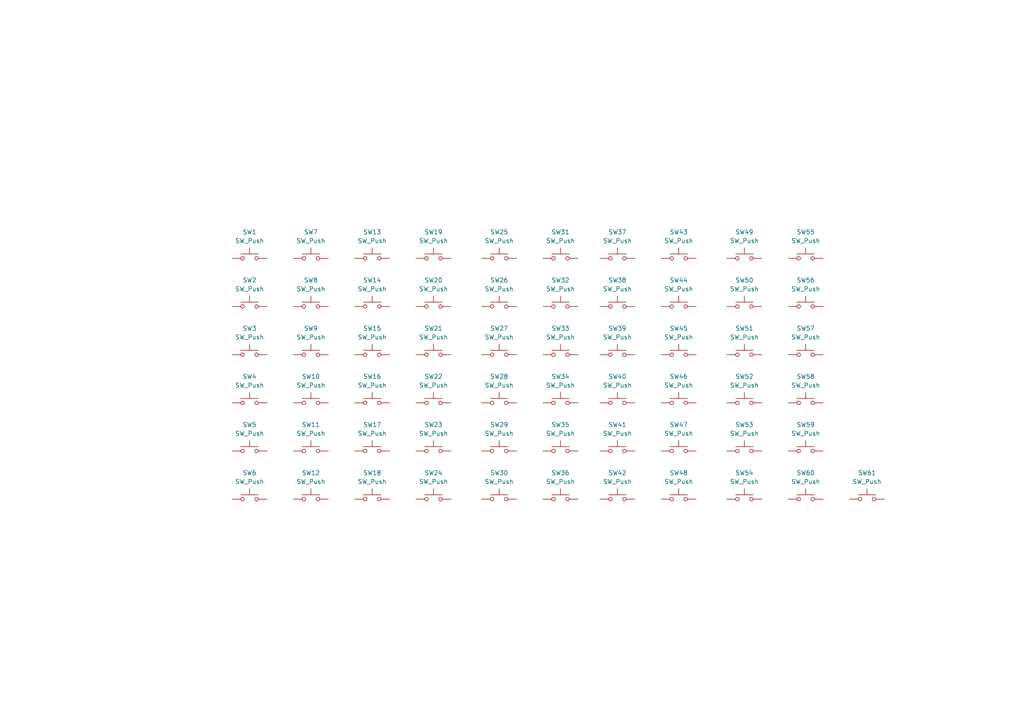
<source format=kicad_sch>
(kicad_sch (version 20210621) (generator eeschema)
  (paper "A4")
  (lib_symbols
    (symbol "Switch:SW_Push" (pin_numbers hide) (pin_names (offset 1.016) hide)
      (property "Reference" "SW" (at 1.27 2.54 0))
      (property "Value" "SW_Push" (at 0 -1.524 0))
      (symbol "SW_Push_0_1"
        (circle (center -2.032 0) (radius 0.508))
        (circle (center 2.032 0) (radius 0.508))
        (polyline (pts (xy 0 1.27) (xy 0 3.048)))
        (polyline (pts (xy 2.54 1.27) (xy -2.54 1.27)))
        (pin passive line (at -5.08 0 0) (length 2.54) (name "1") (number "1"))
        (pin passive line (at 5.08 0 180) (length 2.54) (name "2") (number "2"))
      )
    )
  )
  (symbol (lib_id "Switch:SW_Push") (at 72.39 74.93 0) (unit 1)
    (property "Reference" "SW1" (at 72.39 67.31 0))
    (property "Value" "SW_Push" (at 72.39 69.85 0))
    (property "Footprint" "Button_Switch_Keyboard:SW_Cherry_MX_1.00u_PCB" (effects hide))
  )
  (symbol (lib_id "Switch:SW_Push") (at 72.39 88.9 0) (unit 1)
    (property "Reference" "SW2" (at 72.39 81.28 0))
    (property "Value" "SW_Push" (at 72.39 83.82 0))
    (property "Footprint" "Button_Switch_Keyboard:SW_Cherry_MX_1.00u_PCB" (effects hide))
  )
  (symbol (lib_id "Switch:SW_Push") (at 72.39 102.87 0) (unit 1)
    (property "Reference" "SW3" (at 72.39 95.25 0))
    (property "Value" "SW_Push" (at 72.39 97.79 0))
    (property "Footprint" "Button_Switch_Keyboard:SW_Cherry_MX_1.00u_PCB" (effects hide))
  )
  (symbol (lib_id "Switch:SW_Push") (at 72.39 116.84 0) (unit 1)
    (property "Reference" "SW4" (at 72.39 109.22 0))
    (property "Value" "SW_Push" (at 72.39 111.76 0))
    (property "Footprint" "Button_Switch_Keyboard:SW_Cherry_MX_1.00u_PCB" (effects hide))
  )
  (symbol (lib_id "Switch:SW_Push") (at 72.39 130.81 0) (unit 1)
    (property "Reference" "SW5" (at 72.39 123.19 0))
    (property "Value" "SW_Push" (at 72.39 125.73 0))
    (property "Footprint" "Button_Switch_Keyboard:SW_Cherry_MX_1.00u_PCB" (effects hide))
  )
  (symbol (lib_id "Switch:SW_Push") (at 72.39 144.78 0) (unit 1)
    (property "Reference" "SW6" (at 72.39 137.16 0))
    (property "Value" "SW_Push" (at 72.39 139.7 0))
    (property "Footprint" "Button_Switch_Keyboard:SW_Cherry_MX_1.00u_PCB" (effects hide))
  )
  (symbol (lib_id "Switch:SW_Push") (at 90.17 74.93 0) (unit 1)
    (property "Reference" "SW7" (at 90.17 67.31 0))
    (property "Value" "SW_Push" (at 90.17 69.85 0))
    (property "Footprint" "Button_Switch_Keyboard:SW_Cherry_MX_1.00u_PCB" (effects hide))
  )
  (symbol (lib_id "Switch:SW_Push") (at 90.17 88.9 0) (unit 1)
    (property "Reference" "SW8" (at 90.17 81.28 0))
    (property "Value" "SW_Push" (at 90.17 83.82 0))
    (property "Footprint" "Button_Switch_Keyboard:SW_Cherry_MX_1.00u_PCB" (effects hide))
  )
  (symbol (lib_id "Switch:SW_Push") (at 90.17 102.87 0) (unit 1)
    (property "Reference" "SW9" (at 90.17 95.25 0))
    (property "Value" "SW_Push" (at 90.17 97.79 0))
    (property "Footprint" "Button_Switch_Keyboard:SW_Cherry_MX_1.00u_PCB" (effects hide))
  )
  (symbol (lib_id "Switch:SW_Push") (at 90.17 116.84 0) (unit 1)
    (property "Reference" "SW10" (at 90.17 109.22 0))
    (property "Value" "SW_Push" (at 90.17 111.76 0))
    (property "Footprint" "Button_Switch_Keyboard:SW_Cherry_MX_1.00u_PCB" (effects hide))
  )
  (symbol (lib_id "Switch:SW_Push") (at 90.17 130.81 0) (unit 1)
    (property "Reference" "SW11" (at 90.17 123.19 0))
    (property "Value" "SW_Push" (at 90.17 125.73 0))
    (property "Footprint" "Button_Switch_Keyboard:SW_Cherry_MX_1.00u_PCB" (effects hide))
  )
  (symbol (lib_id "Switch:SW_Push") (at 90.17 144.78 0) (unit 1)
    (property "Reference" "SW12" (at 90.17 137.16 0))
    (property "Value" "SW_Push" (at 90.17 139.7 0))
    (property "Footprint" "Button_Switch_Keyboard:SW_Cherry_MX_1.00u_PCB" (effects hide))
  )
  (symbol (lib_id "Switch:SW_Push") (at 107.95 74.93 0) (unit 1)
    (property "Reference" "SW13" (at 107.95 67.31 0))
    (property "Value" "SW_Push" (at 107.95 69.85 0))
    (property "Footprint" "Button_Switch_Keyboard:SW_Cherry_MX_1.00u_PCB" (effects hide))
  )
  (symbol (lib_id "Switch:SW_Push") (at 107.95 88.9 0) (unit 1)
    (property "Reference" "SW14" (at 107.95 81.28 0))
    (property "Value" "SW_Push" (at 107.95 83.82 0))
    (property "Footprint" "Button_Switch_Keyboard:SW_Cherry_MX_1.00u_PCB" (effects hide))
  )
  (symbol (lib_id "Switch:SW_Push") (at 107.95 102.87 0) (unit 1)
    (property "Reference" "SW15" (at 107.95 95.25 0))
    (property "Value" "SW_Push" (at 107.95 97.79 0))
    (property "Footprint" "Button_Switch_Keyboard:SW_Cherry_MX_1.00u_PCB" (effects hide))
  )
  (symbol (lib_id "Switch:SW_Push") (at 107.95 116.84 0) (unit 1)
    (property "Reference" "SW16" (at 107.95 109.22 0))
    (property "Value" "SW_Push" (at 107.95 111.76 0))
    (property "Footprint" "Button_Switch_Keyboard:SW_Cherry_MX_1.00u_PCB" (effects hide))
  )
  (symbol (lib_id "Switch:SW_Push") (at 107.95 130.81 0) (unit 1)
    (property "Reference" "SW17" (at 107.95 123.19 0))
    (property "Value" "SW_Push" (at 107.95 125.73 0))
    (property "Footprint" "Button_Switch_Keyboard:SW_Cherry_MX_1.00u_PCB" (effects hide))
  )
  (symbol (lib_id "Switch:SW_Push") (at 107.95 144.78 0) (unit 1)
    (property "Reference" "SW18" (at 107.95 137.16 0))
    (property "Value" "SW_Push" (at 107.95 139.7 0))
    (property "Footprint" "Button_Switch_Keyboard:SW_Cherry_MX_1.00u_PCB" (effects hide))
  )
  (symbol (lib_id "Switch:SW_Push") (at 125.73 74.93 0) (unit 1)
    (property "Reference" "SW19" (at 125.73 67.31 0))
    (property "Value" "SW_Push" (at 125.73 69.85 0))
    (property "Footprint" "Button_Switch_Keyboard:SW_Cherry_MX_1.00u_PCB" (effects hide))
  )
  (symbol (lib_id "Switch:SW_Push") (at 125.73 88.9 0) (unit 1)
    (property "Reference" "SW20" (at 125.73 81.28 0))
    (property "Value" "SW_Push" (at 125.73 83.82 0))
    (property "Footprint" "Button_Switch_Keyboard:SW_Cherry_MX_1.00u_PCB" (effects hide))
  )
  (symbol (lib_id "Switch:SW_Push") (at 125.73 102.87 0) (unit 1)
    (property "Reference" "SW21" (at 125.73 95.25 0))
    (property "Value" "SW_Push" (at 125.73 97.79 0))
    (property "Footprint" "Button_Switch_Keyboard:SW_Cherry_MX_1.00u_PCB" (effects hide))
  )
  (symbol (lib_id "Switch:SW_Push") (at 125.73 116.84 0) (unit 1)
    (property "Reference" "SW22" (at 125.73 109.22 0))
    (property "Value" "SW_Push" (at 125.73 111.76 0))
    (property "Footprint" "Button_Switch_Keyboard:SW_Cherry_MX_1.00u_PCB" (effects hide))
  )
  (symbol (lib_id "Switch:SW_Push") (at 125.73 130.81 0) (unit 1)
    (property "Reference" "SW23" (at 125.73 123.19 0))
    (property "Value" "SW_Push" (at 125.73 125.73 0))
    (property "Footprint" "Button_Switch_Keyboard:SW_Cherry_MX_1.00u_PCB" (effects hide))
  )
  (symbol (lib_id "Switch:SW_Push") (at 125.73 144.78 0) (unit 1)
    (property "Reference" "SW24" (at 125.73 137.16 0))
    (property "Value" "SW_Push" (at 125.73 139.7 0))
    (property "Footprint" "Button_Switch_Keyboard:SW_Cherry_MX_1.00u_PCB" (effects hide))
  )
  (symbol (lib_id "Switch:SW_Push") (at 144.78 74.93 0) (unit 1)
    (property "Reference" "SW25" (at 144.78 67.31 0))
    (property "Value" "SW_Push" (at 144.78 69.85 0))
    (property "Footprint" "Button_Switch_Keyboard:SW_Cherry_MX_1.00u_PCB" (effects hide))
  )
  (symbol (lib_id "Switch:SW_Push") (at 144.78 88.9 0) (unit 1)
    (property "Reference" "SW26" (at 144.78 81.28 0))
    (property "Value" "SW_Push" (at 144.78 83.82 0))
    (property "Footprint" "Button_Switch_Keyboard:SW_Cherry_MX_1.00u_PCB" (effects hide))
  )
  (symbol (lib_id "Switch:SW_Push") (at 144.78 102.87 0) (unit 1)
    (property "Reference" "SW27" (at 144.78 95.25 0))
    (property "Value" "SW_Push" (at 144.78 97.79 0))
    (property "Footprint" "Button_Switch_Keyboard:SW_Cherry_MX_1.00u_PCB" (effects hide))
  )
  (symbol (lib_id "Switch:SW_Push") (at 144.78 116.84 0) (unit 1)
    (property "Reference" "SW28" (at 144.78 109.22 0))
    (property "Value" "SW_Push" (at 144.78 111.76 0))
    (property "Footprint" "Button_Switch_Keyboard:SW_Cherry_MX_1.00u_PCB" (effects hide))
  )
  (symbol (lib_id "Switch:SW_Push") (at 144.78 130.81 0) (unit 1)
    (property "Reference" "SW29" (at 144.78 123.19 0))
    (property "Value" "SW_Push" (at 144.78 125.73 0))
    (property "Footprint" "Button_Switch_Keyboard:SW_Cherry_MX_1.00u_PCB" (effects hide))
  )
  (symbol (lib_id "Switch:SW_Push") (at 144.78 144.78 0) (unit 1)
    (property "Reference" "SW30" (at 144.78 137.16 0))
    (property "Value" "SW_Push" (at 144.78 139.7 0))
    (property "Footprint" "Button_Switch_Keyboard:SW_Cherry_MX_1.00u_PCB" (effects hide))
  )
  (symbol (lib_id "Switch:SW_Push") (at 162.56 74.93 0) (unit 1)
    (property "Reference" "SW31" (at 162.56 67.31 0))
    (property "Value" "SW_Push" (at 162.56 69.85 0))
    (property "Footprint" "Button_Switch_Keyboard:SW_Cherry_MX_1.00u_PCB" (effects hide))
  )
  (symbol (lib_id "Switch:SW_Push") (at 162.56 88.9 0) (unit 1)
    (property "Reference" "SW32" (at 162.56 81.28 0))
    (property "Value" "SW_Push" (at 162.56 83.82 0))
    (property "Footprint" "Button_Switch_Keyboard:SW_Cherry_MX_1.00u_PCB" (effects hide))
  )
  (symbol (lib_id "Switch:SW_Push") (at 162.56 102.87 0) (unit 1)
    (property "Reference" "SW33" (at 162.56 95.25 0))
    (property "Value" "SW_Push" (at 162.56 97.79 0))
    (property "Footprint" "Button_Switch_Keyboard:SW_Cherry_MX_1.00u_PCB" (effects hide))
  )
  (symbol (lib_id "Switch:SW_Push") (at 162.56 116.84 0) (unit 1)
    (property "Reference" "SW34" (at 162.56 109.22 0))
    (property "Value" "SW_Push" (at 162.56 111.76 0))
    (property "Footprint" "Button_Switch_Keyboard:SW_Cherry_MX_1.00u_PCB" (effects hide))
  )
  (symbol (lib_id "Switch:SW_Push") (at 162.56 130.81 0) (unit 1)
    (property "Reference" "SW35" (at 162.56 123.19 0))
    (property "Value" "SW_Push" (at 162.56 125.73 0))
    (property "Footprint" "Button_Switch_Keyboard:SW_Cherry_MX_1.00u_PCB" (effects hide))
  )
  (symbol (lib_id "Switch:SW_Push") (at 162.56 144.78 0) (unit 1)
    (property "Reference" "SW36" (at 162.56 137.16 0))
    (property "Value" "SW_Push" (at 162.56 139.7 0))
    (property "Footprint" "Button_Switch_Keyboard:SW_Cherry_MX_1.00u_PCB" (effects hide))
  )
  (symbol (lib_id "Switch:SW_Push") (at 179.07 74.93 0) (unit 1)
    (property "Reference" "SW37" (at 179.07 67.31 0))
    (property "Value" "SW_Push" (at 179.07 69.85 0))
    (property "Footprint" "Button_Switch_Keyboard:SW_Cherry_MX_1.00u_PCB" (effects hide))
  )
  (symbol (lib_id "Switch:SW_Push") (at 179.07 88.9 0) (unit 1)
    (property "Reference" "SW38" (at 179.07 81.28 0))
    (property "Value" "SW_Push" (at 179.07 83.82 0))
    (property "Footprint" "Button_Switch_Keyboard:SW_Cherry_MX_1.00u_PCB" (effects hide))
  )
  (symbol (lib_id "Switch:SW_Push") (at 179.07 102.87 0) (unit 1)
    (property "Reference" "SW39" (at 179.07 95.25 0))
    (property "Value" "SW_Push" (at 179.07 97.79 0))
    (property "Footprint" "Button_Switch_Keyboard:SW_Cherry_MX_1.00u_PCB" (effects hide))
  )
  (symbol (lib_id "Switch:SW_Push") (at 179.07 116.84 0) (unit 1)
    (property "Reference" "SW40" (at 179.07 109.22 0))
    (property "Value" "SW_Push" (at 179.07 111.76 0))
    (property "Footprint" "Button_Switch_Keyboard:SW_Cherry_MX_1.00u_PCB" (effects hide))
  )
  (symbol (lib_id "Switch:SW_Push") (at 179.07 130.81 0) (unit 1)
    (property "Reference" "SW41" (at 179.07 123.19 0))
    (property "Value" "SW_Push" (at 179.07 125.73 0))
    (property "Footprint" "Button_Switch_Keyboard:SW_Cherry_MX_1.00u_PCB" (effects hide))
  )
  (symbol (lib_id "Switch:SW_Push") (at 179.07 144.78 0) (unit 1)
    (property "Reference" "SW42" (at 179.07 137.16 0))
    (property "Value" "SW_Push" (at 179.07 139.7 0))
    (property "Footprint" "Button_Switch_Keyboard:SW_Cherry_MX_1.00u_PCB" (effects hide))
  )
  (symbol (lib_id "Switch:SW_Push") (at 196.85 74.93 0) (unit 1)
    (property "Reference" "SW43" (at 196.85 67.31 0))
    (property "Value" "SW_Push" (at 196.85 69.85 0))
    (property "Footprint" "Button_Switch_Keyboard:SW_Cherry_MX_1.00u_PCB" (effects hide))
  )
  (symbol (lib_id "Switch:SW_Push") (at 196.85 88.9 0) (unit 1)
    (property "Reference" "SW44" (at 196.85 81.28 0))
    (property "Value" "SW_Push" (at 196.85 83.82 0))
    (property "Footprint" "Button_Switch_Keyboard:SW_Cherry_MX_1.00u_PCB" (effects hide))
  )
  (symbol (lib_id "Switch:SW_Push") (at 196.85 102.87 0) (unit 1)
    (property "Reference" "SW45" (at 196.85 95.25 0))
    (property "Value" "SW_Push" (at 196.85 97.79 0))
    (property "Footprint" "Button_Switch_Keyboard:SW_Cherry_MX_1.00u_PCB" (effects hide))
  )
  (symbol (lib_id "Switch:SW_Push") (at 196.85 116.84 0) (unit 1)
    (property "Reference" "SW46" (at 196.85 109.22 0))
    (property "Value" "SW_Push" (at 196.85 111.76 0))
    (property "Footprint" "Button_Switch_Keyboard:SW_Cherry_MX_1.00u_PCB" (effects hide))
  )
  (symbol (lib_id "Switch:SW_Push") (at 196.85 130.81 0) (unit 1)
    (property "Reference" "SW47" (at 196.85 123.19 0))
    (property "Value" "SW_Push" (at 196.85 125.73 0))
    (property "Footprint" "Button_Switch_Keyboard:SW_Cherry_MX_1.00u_PCB" (effects hide))
  )
  (symbol (lib_id "Switch:SW_Push") (at 196.85 144.78 0) (unit 1)
    (property "Reference" "SW48" (at 196.85 137.16 0))
    (property "Value" "SW_Push" (at 196.85 139.7 0))
    (property "Footprint" "Button_Switch_Keyboard:SW_Cherry_MX_1.00u_PCB" (effects hide))
  )
  (symbol (lib_id "Switch:SW_Push") (at 215.9 74.93 0) (unit 1)
    (property "Reference" "SW49" (at 215.9 67.31 0))
    (property "Value" "SW_Push" (at 215.9 69.85 0))
    (property "Footprint" "Button_Switch_Keyboard:SW_Cherry_MX_1.00u_PCB" (effects hide))
  )
  (symbol (lib_id "Switch:SW_Push") (at 215.9 88.9 0) (unit 1)
    (property "Reference" "SW50" (at 215.9 81.28 0))
    (property "Value" "SW_Push" (at 215.9 83.82 0))
    (property "Footprint" "Button_Switch_Keyboard:SW_Cherry_MX_1.00u_PCB" (effects hide))
  )
  (symbol (lib_id "Switch:SW_Push") (at 215.9 102.87 0) (unit 1)
    (property "Reference" "SW51" (at 215.9 95.25 0))
    (property "Value" "SW_Push" (at 215.9 97.79 0))
    (property "Footprint" "Button_Switch_Keyboard:SW_Cherry_MX_1.00u_PCB" (effects hide))
  )
  (symbol (lib_id "Switch:SW_Push") (at 215.9 116.84 0) (unit 1)
    (property "Reference" "SW52" (at 215.9 109.22 0))
    (property "Value" "SW_Push" (at 215.9 111.76 0))
    (property "Footprint" "Button_Switch_Keyboard:SW_Cherry_MX_1.00u_PCB" (effects hide))
  )
  (symbol (lib_id "Switch:SW_Push") (at 215.9 130.81 0) (unit 1)
    (property "Reference" "SW53" (at 215.9 123.19 0))
    (property "Value" "SW_Push" (at 215.9 125.73 0))
    (property "Footprint" "Button_Switch_Keyboard:SW_Cherry_MX_1.00u_PCB" (effects hide))
  )
  (symbol (lib_id "Switch:SW_Push") (at 215.9 144.78 0) (unit 1)
    (property "Reference" "SW54" (at 215.9 137.16 0))
    (property "Value" "SW_Push" (at 215.9 139.7 0))
    (property "Footprint" "Button_Switch_Keyboard:SW_Cherry_MX_1.00u_PCB" (effects hide))
  )
  (symbol (lib_id "Switch:SW_Push") (at 233.68 74.93 0) (unit 1)
    (property "Reference" "SW55" (at 233.68 67.31 0))
    (property "Value" "SW_Push" (at 233.68 69.85 0))
    (property "Footprint" "Button_Switch_Keyboard:SW_Cherry_MX_1.00u_PCB" (effects hide))
  )
  (symbol (lib_id "Switch:SW_Push") (at 233.68 88.9 0) (unit 1)
    (property "Reference" "SW56" (at 233.68 81.28 0))
    (property "Value" "SW_Push" (at 233.68 83.82 0))
    (property "Footprint" "Button_Switch_Keyboard:SW_Cherry_MX_1.00u_PCB" (effects hide))
  )
  (symbol (lib_id "Switch:SW_Push") (at 233.68 102.87 0) (unit 1)
    (property "Reference" "SW57" (at 233.68 95.25 0))
    (property "Value" "SW_Push" (at 233.68 97.79 0))
    (property "Footprint" "Button_Switch_Keyboard:SW_Cherry_MX_1.00u_PCB" (effects hide))
  )
  (symbol (lib_id "Switch:SW_Push") (at 233.68 116.84 0) (unit 1)
    (property "Reference" "SW58" (at 233.68 109.22 0))
    (property "Value" "SW_Push" (at 233.68 111.76 0))
    (property "Footprint" "Button_Switch_Keyboard:SW_Cherry_MX_1.00u_PCB" (effects hide))
  )
  (symbol (lib_id "Switch:SW_Push") (at 233.68 130.81 0) (unit 1)
    (property "Reference" "SW59" (at 233.68 123.19 0))
    (property "Value" "SW_Push" (at 233.68 125.73 0))
    (property "Footprint" "Button_Switch_Keyboard:SW_Cherry_MX_1.00u_PCB" (effects hide))
  )
  (symbol (lib_id "Switch:SW_Push") (at 233.68 144.78 0) (unit 1)
    (property "Reference" "SW60" (at 233.68 137.16 0))
    (property "Value" "SW_Push" (at 233.68 139.7 0))
    (property "Footprint" "Button_Switch_Keyboard:SW_Cherry_MX_1.00u_PCB" (effects hide))
  )
  (symbol (lib_id "Switch:SW_Push") (at 251.46 144.78 0) (unit 1)
    (property "Reference" "SW61" (at 251.46 137.16 0))
    (property "Value" "SW_Push" (at 251.46 139.7 0))
    (property "Footprint" "Button_Switch_Keyboard:SW_Cherry_MX_1.00u_PCB" (effects hide))
  )
)
</source>
